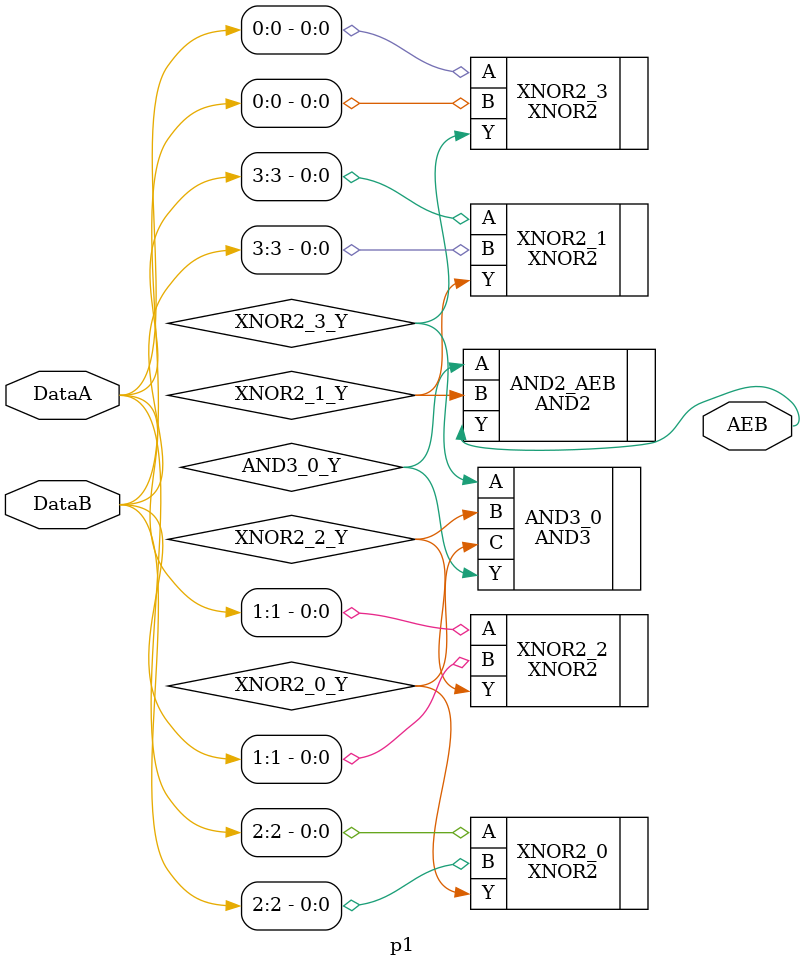
<source format=v>
`timescale 1 ns/100 ps


module p1(
       DataA,
       DataB,
       AEB
    );
input  [3:0] DataA;
input  [3:0] DataB;
output AEB;

    wire XNOR2_3_Y, XNOR2_2_Y, XNOR2_0_Y, XNOR2_1_Y, AND3_0_Y;
    
    XNOR2 XNOR2_3 (.A(DataA[0]), .B(DataB[0]), .Y(XNOR2_3_Y));
    AND3 AND3_0 (.A(XNOR2_3_Y), .B(XNOR2_2_Y), .C(XNOR2_0_Y), .Y(
        AND3_0_Y));
    XNOR2 XNOR2_0 (.A(DataA[2]), .B(DataB[2]), .Y(XNOR2_0_Y));
    XNOR2 XNOR2_2 (.A(DataA[1]), .B(DataB[1]), .Y(XNOR2_2_Y));
    AND2 AND2_AEB (.A(AND3_0_Y), .B(XNOR2_1_Y), .Y(AEB));
    XNOR2 XNOR2_1 (.A(DataA[3]), .B(DataB[3]), .Y(XNOR2_1_Y));
    
endmodule

// _Disclaimer: Please leave the following comments in the file, they are for internal purposes only._


// _GEN_File_Contents_

// Version:11.9.0.4
// ACTGENU_CALL:1
// BATCH:T
// FAM:PA3LC
// OUTFORMAT:Verilog
// LPMTYPE:LPM_COMPARE
// LPM_HINT:EQCOMP
// INSERT_PAD:NO
// INSERT_IOREG:NO
// GEN_BHV_VHDL_VAL:F
// GEN_BHV_VERILOG_VAL:F
// MGNTIMER:F
// MGNCMPL:T
// DESDIR:C:/D3120005043_zjh/smartgen\p1
// GEN_BEHV_MODULE:F
// SMARTGEN_DIE:IS2X2M1
// SMARTGEN_PACKAGE:vq100
// AGENIII_IS_SUBPROJECT_LIBERO:T
// WIDTH:4
// REPRESENTATION:UNSIGNED
// GEQRHS_POLARITY:1
// AEB_POLARITY:1

// _End_Comments_


</source>
